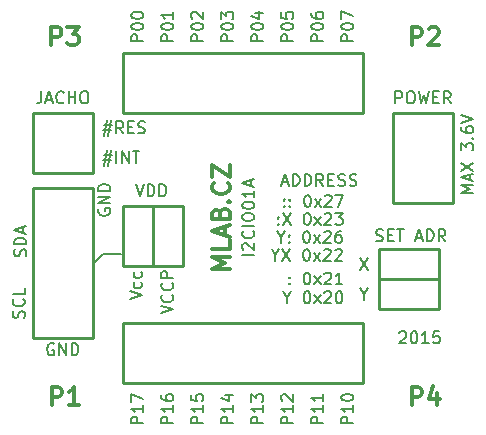
<source format=gbr>
G04 #@! TF.FileFunction,Legend,Top*
%FSLAX46Y46*%
G04 Gerber Fmt 4.6, Leading zero omitted, Abs format (unit mm)*
G04 Created by KiCad (PCBNEW 0.201503110816+5502~22~ubuntu14.04.1-product) date St 11. březen 2015, 22:39:31 CET*
%MOMM*%
G01*
G04 APERTURE LIST*
%ADD10C,0.100000*%
%ADD11C,0.200000*%
%ADD12C,0.300000*%
%ADD13C,0.254000*%
%ADD14C,0.304800*%
G04 APERTURE END LIST*
D10*
D11*
X8509000Y7112000D02*
X10033000Y7112000D01*
X7747000Y6350000D02*
X8509000Y7112000D01*
X23344524Y9675857D02*
X23392143Y9628238D01*
X23344524Y9580619D01*
X23296905Y9628238D01*
X23344524Y9675857D01*
X23344524Y9580619D01*
X23344524Y10199667D02*
X23392143Y10152048D01*
X23344524Y10104429D01*
X23296905Y10152048D01*
X23344524Y10199667D01*
X23344524Y10104429D01*
X23725476Y10580619D02*
X24392143Y9580619D01*
X24392143Y10580619D02*
X23725476Y9580619D01*
X25725476Y10580619D02*
X25820715Y10580619D01*
X25915953Y10533000D01*
X25963572Y10485381D01*
X26011191Y10390143D01*
X26058810Y10199667D01*
X26058810Y9961571D01*
X26011191Y9771095D01*
X25963572Y9675857D01*
X25915953Y9628238D01*
X25820715Y9580619D01*
X25725476Y9580619D01*
X25630238Y9628238D01*
X25582619Y9675857D01*
X25535000Y9771095D01*
X25487381Y9961571D01*
X25487381Y10199667D01*
X25535000Y10390143D01*
X25582619Y10485381D01*
X25630238Y10533000D01*
X25725476Y10580619D01*
X26392143Y9580619D02*
X26915953Y10247286D01*
X26392143Y10247286D02*
X26915953Y9580619D01*
X27249286Y10485381D02*
X27296905Y10533000D01*
X27392143Y10580619D01*
X27630239Y10580619D01*
X27725477Y10533000D01*
X27773096Y10485381D01*
X27820715Y10390143D01*
X27820715Y10294905D01*
X27773096Y10152048D01*
X27201667Y9580619D01*
X27820715Y9580619D01*
X28154048Y10580619D02*
X28773096Y10580619D01*
X28439762Y10199667D01*
X28582620Y10199667D01*
X28677858Y10152048D01*
X28725477Y10104429D01*
X28773096Y10009190D01*
X28773096Y9771095D01*
X28725477Y9675857D01*
X28677858Y9628238D01*
X28582620Y9580619D01*
X28296905Y9580619D01*
X28201667Y9628238D01*
X28154048Y9675857D01*
X10755381Y3270238D02*
X11755381Y3603571D01*
X10755381Y3936905D01*
X11707762Y4698810D02*
X11755381Y4603572D01*
X11755381Y4413095D01*
X11707762Y4317857D01*
X11660143Y4270238D01*
X11564905Y4222619D01*
X11279190Y4222619D01*
X11183952Y4270238D01*
X11136333Y4317857D01*
X11088714Y4413095D01*
X11088714Y4603572D01*
X11136333Y4698810D01*
X11707762Y5555953D02*
X11755381Y5460715D01*
X11755381Y5270238D01*
X11707762Y5175000D01*
X11660143Y5127381D01*
X11564905Y5079762D01*
X11279190Y5079762D01*
X11183952Y5127381D01*
X11136333Y5175000D01*
X11088714Y5270238D01*
X11088714Y5460715D01*
X11136333Y5555953D01*
X13422381Y2080095D02*
X14422381Y2413428D01*
X13422381Y2746762D01*
X14327143Y3651524D02*
X14374762Y3603905D01*
X14422381Y3461048D01*
X14422381Y3365810D01*
X14374762Y3222952D01*
X14279524Y3127714D01*
X14184286Y3080095D01*
X13993810Y3032476D01*
X13850952Y3032476D01*
X13660476Y3080095D01*
X13565238Y3127714D01*
X13470000Y3222952D01*
X13422381Y3365810D01*
X13422381Y3461048D01*
X13470000Y3603905D01*
X13517619Y3651524D01*
X14327143Y4651524D02*
X14374762Y4603905D01*
X14422381Y4461048D01*
X14422381Y4365810D01*
X14374762Y4222952D01*
X14279524Y4127714D01*
X14184286Y4080095D01*
X13993810Y4032476D01*
X13850952Y4032476D01*
X13660476Y4080095D01*
X13565238Y4127714D01*
X13470000Y4222952D01*
X13422381Y4365810D01*
X13422381Y4461048D01*
X13470000Y4603905D01*
X13517619Y4651524D01*
X14422381Y5080095D02*
X13422381Y5080095D01*
X13422381Y5461048D01*
X13470000Y5556286D01*
X13517619Y5603905D01*
X13612857Y5651524D01*
X13755714Y5651524D01*
X13850952Y5603905D01*
X13898571Y5556286D01*
X13946190Y5461048D01*
X13946190Y5080095D01*
X11271238Y12993619D02*
X11604571Y11993619D01*
X11937905Y12993619D01*
X12271238Y11993619D02*
X12271238Y12993619D01*
X12509333Y12993619D01*
X12652191Y12946000D01*
X12747429Y12850762D01*
X12795048Y12755524D01*
X12842667Y12565048D01*
X12842667Y12422190D01*
X12795048Y12231714D01*
X12747429Y12136476D01*
X12652191Y12041238D01*
X12509333Y11993619D01*
X12271238Y11993619D01*
X13271238Y11993619D02*
X13271238Y12993619D01*
X13509333Y12993619D01*
X13652191Y12946000D01*
X13747429Y12850762D01*
X13795048Y12755524D01*
X13842667Y12565048D01*
X13842667Y12422190D01*
X13795048Y12231714D01*
X13747429Y12136476D01*
X13652191Y12041238D01*
X13509333Y11993619D01*
X13271238Y11993619D01*
X33591714Y452381D02*
X33639333Y500000D01*
X33734571Y547619D01*
X33972667Y547619D01*
X34067905Y500000D01*
X34115524Y452381D01*
X34163143Y357143D01*
X34163143Y261905D01*
X34115524Y119048D01*
X33544095Y-452381D01*
X34163143Y-452381D01*
X34782190Y547619D02*
X34877429Y547619D01*
X34972667Y500000D01*
X35020286Y452381D01*
X35067905Y357143D01*
X35115524Y166667D01*
X35115524Y-71429D01*
X35067905Y-261905D01*
X35020286Y-357143D01*
X34972667Y-404762D01*
X34877429Y-452381D01*
X34782190Y-452381D01*
X34686952Y-404762D01*
X34639333Y-357143D01*
X34591714Y-261905D01*
X34544095Y-71429D01*
X34544095Y166667D01*
X34591714Y357143D01*
X34639333Y452381D01*
X34686952Y500000D01*
X34782190Y547619D01*
X36067905Y-452381D02*
X35496476Y-452381D01*
X35782190Y-452381D02*
X35782190Y547619D01*
X35686952Y404762D01*
X35591714Y309524D01*
X35496476Y261905D01*
X36972667Y547619D02*
X36496476Y547619D01*
X36448857Y71429D01*
X36496476Y119048D01*
X36591714Y166667D01*
X36829810Y166667D01*
X36925048Y119048D01*
X36972667Y71429D01*
X37020286Y-23810D01*
X37020286Y-261905D01*
X36972667Y-357143D01*
X36925048Y-404762D01*
X36829810Y-452381D01*
X36591714Y-452381D01*
X36496476Y-404762D01*
X36448857Y-357143D01*
X3246667Y20867619D02*
X3246667Y20153333D01*
X3199047Y20010476D01*
X3103809Y19915238D01*
X2960952Y19867619D01*
X2865714Y19867619D01*
X3675238Y20153333D02*
X4151429Y20153333D01*
X3580000Y19867619D02*
X3913333Y20867619D01*
X4246667Y19867619D01*
X5151429Y19962857D02*
X5103810Y19915238D01*
X4960953Y19867619D01*
X4865715Y19867619D01*
X4722857Y19915238D01*
X4627619Y20010476D01*
X4580000Y20105714D01*
X4532381Y20296190D01*
X4532381Y20439048D01*
X4580000Y20629524D01*
X4627619Y20724762D01*
X4722857Y20820000D01*
X4865715Y20867619D01*
X4960953Y20867619D01*
X5103810Y20820000D01*
X5151429Y20772381D01*
X5580000Y19867619D02*
X5580000Y20867619D01*
X5580000Y20391429D02*
X6151429Y20391429D01*
X6151429Y19867619D02*
X6151429Y20867619D01*
X6818095Y20867619D02*
X7008572Y20867619D01*
X7103810Y20820000D01*
X7199048Y20724762D01*
X7246667Y20534286D01*
X7246667Y20200952D01*
X7199048Y20010476D01*
X7103810Y19915238D01*
X7008572Y19867619D01*
X6818095Y19867619D01*
X6722857Y19915238D01*
X6627619Y20010476D01*
X6580000Y20200952D01*
X6580000Y20534286D01*
X6627619Y20724762D01*
X6722857Y20820000D01*
X6818095Y20867619D01*
X21280381Y7040953D02*
X20280381Y7040953D01*
X20375619Y7469524D02*
X20328000Y7517143D01*
X20280381Y7612381D01*
X20280381Y7850477D01*
X20328000Y7945715D01*
X20375619Y7993334D01*
X20470857Y8040953D01*
X20566095Y8040953D01*
X20708952Y7993334D01*
X21280381Y7421905D01*
X21280381Y8040953D01*
X21185143Y9040953D02*
X21232762Y8993334D01*
X21280381Y8850477D01*
X21280381Y8755239D01*
X21232762Y8612381D01*
X21137524Y8517143D01*
X21042286Y8469524D01*
X20851810Y8421905D01*
X20708952Y8421905D01*
X20518476Y8469524D01*
X20423238Y8517143D01*
X20328000Y8612381D01*
X20280381Y8755239D01*
X20280381Y8850477D01*
X20328000Y8993334D01*
X20375619Y9040953D01*
X21280381Y9469524D02*
X20280381Y9469524D01*
X20280381Y10136190D02*
X20280381Y10326667D01*
X20328000Y10421905D01*
X20423238Y10517143D01*
X20613714Y10564762D01*
X20947048Y10564762D01*
X21137524Y10517143D01*
X21232762Y10421905D01*
X21280381Y10326667D01*
X21280381Y10136190D01*
X21232762Y10040952D01*
X21137524Y9945714D01*
X20947048Y9898095D01*
X20613714Y9898095D01*
X20423238Y9945714D01*
X20328000Y10040952D01*
X20280381Y10136190D01*
X20280381Y11183809D02*
X20280381Y11279048D01*
X20328000Y11374286D01*
X20375619Y11421905D01*
X20470857Y11469524D01*
X20661333Y11517143D01*
X20899429Y11517143D01*
X21089905Y11469524D01*
X21185143Y11421905D01*
X21232762Y11374286D01*
X21280381Y11279048D01*
X21280381Y11183809D01*
X21232762Y11088571D01*
X21185143Y11040952D01*
X21089905Y10993333D01*
X20899429Y10945714D01*
X20661333Y10945714D01*
X20470857Y10993333D01*
X20375619Y11040952D01*
X20328000Y11088571D01*
X20280381Y11183809D01*
X21280381Y12469524D02*
X21280381Y11898095D01*
X21280381Y12183809D02*
X20280381Y12183809D01*
X20423238Y12088571D01*
X20518476Y11993333D01*
X20566095Y11898095D01*
X20994667Y12850476D02*
X20994667Y13326667D01*
X21280381Y12755238D02*
X20280381Y13088571D01*
X21280381Y13421905D01*
D12*
X19220571Y5838572D02*
X17720571Y5838572D01*
X18792000Y6338572D01*
X17720571Y6838572D01*
X19220571Y6838572D01*
X19220571Y8267144D02*
X19220571Y7552858D01*
X17720571Y7552858D01*
X18792000Y8695715D02*
X18792000Y9410001D01*
X19220571Y8552858D02*
X17720571Y9052858D01*
X19220571Y9552858D01*
X18434857Y10552858D02*
X18506286Y10767144D01*
X18577714Y10838572D01*
X18720571Y10910001D01*
X18934857Y10910001D01*
X19077714Y10838572D01*
X19149143Y10767144D01*
X19220571Y10624286D01*
X19220571Y10052858D01*
X17720571Y10052858D01*
X17720571Y10552858D01*
X17792000Y10695715D01*
X17863429Y10767144D01*
X18006286Y10838572D01*
X18149143Y10838572D01*
X18292000Y10767144D01*
X18363429Y10695715D01*
X18434857Y10552858D01*
X18434857Y10052858D01*
X19077714Y11552858D02*
X19149143Y11624286D01*
X19220571Y11552858D01*
X19149143Y11481429D01*
X19077714Y11552858D01*
X19220571Y11552858D01*
X19077714Y13124287D02*
X19149143Y13052858D01*
X19220571Y12838572D01*
X19220571Y12695715D01*
X19149143Y12481430D01*
X19006286Y12338572D01*
X18863429Y12267144D01*
X18577714Y12195715D01*
X18363429Y12195715D01*
X18077714Y12267144D01*
X17934857Y12338572D01*
X17792000Y12481430D01*
X17720571Y12695715D01*
X17720571Y12838572D01*
X17792000Y13052858D01*
X17863429Y13124287D01*
X17720571Y13624287D02*
X17720571Y14624287D01*
X19220571Y13624287D01*
X19220571Y14624287D01*
D11*
X29662381Y25130095D02*
X28662381Y25130095D01*
X28662381Y25511048D01*
X28710000Y25606286D01*
X28757619Y25653905D01*
X28852857Y25701524D01*
X28995714Y25701524D01*
X29090952Y25653905D01*
X29138571Y25606286D01*
X29186190Y25511048D01*
X29186190Y25130095D01*
X28662381Y26320571D02*
X28662381Y26415810D01*
X28710000Y26511048D01*
X28757619Y26558667D01*
X28852857Y26606286D01*
X29043333Y26653905D01*
X29281429Y26653905D01*
X29471905Y26606286D01*
X29567143Y26558667D01*
X29614762Y26511048D01*
X29662381Y26415810D01*
X29662381Y26320571D01*
X29614762Y26225333D01*
X29567143Y26177714D01*
X29471905Y26130095D01*
X29281429Y26082476D01*
X29043333Y26082476D01*
X28852857Y26130095D01*
X28757619Y26177714D01*
X28710000Y26225333D01*
X28662381Y26320571D01*
X28662381Y26987238D02*
X28662381Y27653905D01*
X29662381Y27225333D01*
X27122381Y25130095D02*
X26122381Y25130095D01*
X26122381Y25511048D01*
X26170000Y25606286D01*
X26217619Y25653905D01*
X26312857Y25701524D01*
X26455714Y25701524D01*
X26550952Y25653905D01*
X26598571Y25606286D01*
X26646190Y25511048D01*
X26646190Y25130095D01*
X26122381Y26320571D02*
X26122381Y26415810D01*
X26170000Y26511048D01*
X26217619Y26558667D01*
X26312857Y26606286D01*
X26503333Y26653905D01*
X26741429Y26653905D01*
X26931905Y26606286D01*
X27027143Y26558667D01*
X27074762Y26511048D01*
X27122381Y26415810D01*
X27122381Y26320571D01*
X27074762Y26225333D01*
X27027143Y26177714D01*
X26931905Y26130095D01*
X26741429Y26082476D01*
X26503333Y26082476D01*
X26312857Y26130095D01*
X26217619Y26177714D01*
X26170000Y26225333D01*
X26122381Y26320571D01*
X26122381Y27511048D02*
X26122381Y27320571D01*
X26170000Y27225333D01*
X26217619Y27177714D01*
X26360476Y27082476D01*
X26550952Y27034857D01*
X26931905Y27034857D01*
X27027143Y27082476D01*
X27074762Y27130095D01*
X27122381Y27225333D01*
X27122381Y27415810D01*
X27074762Y27511048D01*
X27027143Y27558667D01*
X26931905Y27606286D01*
X26693810Y27606286D01*
X26598571Y27558667D01*
X26550952Y27511048D01*
X26503333Y27415810D01*
X26503333Y27225333D01*
X26550952Y27130095D01*
X26598571Y27082476D01*
X26693810Y27034857D01*
X24582381Y25130095D02*
X23582381Y25130095D01*
X23582381Y25511048D01*
X23630000Y25606286D01*
X23677619Y25653905D01*
X23772857Y25701524D01*
X23915714Y25701524D01*
X24010952Y25653905D01*
X24058571Y25606286D01*
X24106190Y25511048D01*
X24106190Y25130095D01*
X23582381Y26320571D02*
X23582381Y26415810D01*
X23630000Y26511048D01*
X23677619Y26558667D01*
X23772857Y26606286D01*
X23963333Y26653905D01*
X24201429Y26653905D01*
X24391905Y26606286D01*
X24487143Y26558667D01*
X24534762Y26511048D01*
X24582381Y26415810D01*
X24582381Y26320571D01*
X24534762Y26225333D01*
X24487143Y26177714D01*
X24391905Y26130095D01*
X24201429Y26082476D01*
X23963333Y26082476D01*
X23772857Y26130095D01*
X23677619Y26177714D01*
X23630000Y26225333D01*
X23582381Y26320571D01*
X23582381Y27558667D02*
X23582381Y27082476D01*
X24058571Y27034857D01*
X24010952Y27082476D01*
X23963333Y27177714D01*
X23963333Y27415810D01*
X24010952Y27511048D01*
X24058571Y27558667D01*
X24153810Y27606286D01*
X24391905Y27606286D01*
X24487143Y27558667D01*
X24534762Y27511048D01*
X24582381Y27415810D01*
X24582381Y27177714D01*
X24534762Y27082476D01*
X24487143Y27034857D01*
X22042381Y25130095D02*
X21042381Y25130095D01*
X21042381Y25511048D01*
X21090000Y25606286D01*
X21137619Y25653905D01*
X21232857Y25701524D01*
X21375714Y25701524D01*
X21470952Y25653905D01*
X21518571Y25606286D01*
X21566190Y25511048D01*
X21566190Y25130095D01*
X21042381Y26320571D02*
X21042381Y26415810D01*
X21090000Y26511048D01*
X21137619Y26558667D01*
X21232857Y26606286D01*
X21423333Y26653905D01*
X21661429Y26653905D01*
X21851905Y26606286D01*
X21947143Y26558667D01*
X21994762Y26511048D01*
X22042381Y26415810D01*
X22042381Y26320571D01*
X21994762Y26225333D01*
X21947143Y26177714D01*
X21851905Y26130095D01*
X21661429Y26082476D01*
X21423333Y26082476D01*
X21232857Y26130095D01*
X21137619Y26177714D01*
X21090000Y26225333D01*
X21042381Y26320571D01*
X21375714Y27511048D02*
X22042381Y27511048D01*
X20994762Y27272952D02*
X21709048Y27034857D01*
X21709048Y27653905D01*
X19502381Y25130095D02*
X18502381Y25130095D01*
X18502381Y25511048D01*
X18550000Y25606286D01*
X18597619Y25653905D01*
X18692857Y25701524D01*
X18835714Y25701524D01*
X18930952Y25653905D01*
X18978571Y25606286D01*
X19026190Y25511048D01*
X19026190Y25130095D01*
X18502381Y26320571D02*
X18502381Y26415810D01*
X18550000Y26511048D01*
X18597619Y26558667D01*
X18692857Y26606286D01*
X18883333Y26653905D01*
X19121429Y26653905D01*
X19311905Y26606286D01*
X19407143Y26558667D01*
X19454762Y26511048D01*
X19502381Y26415810D01*
X19502381Y26320571D01*
X19454762Y26225333D01*
X19407143Y26177714D01*
X19311905Y26130095D01*
X19121429Y26082476D01*
X18883333Y26082476D01*
X18692857Y26130095D01*
X18597619Y26177714D01*
X18550000Y26225333D01*
X18502381Y26320571D01*
X18502381Y26987238D02*
X18502381Y27606286D01*
X18883333Y27272952D01*
X18883333Y27415810D01*
X18930952Y27511048D01*
X18978571Y27558667D01*
X19073810Y27606286D01*
X19311905Y27606286D01*
X19407143Y27558667D01*
X19454762Y27511048D01*
X19502381Y27415810D01*
X19502381Y27130095D01*
X19454762Y27034857D01*
X19407143Y26987238D01*
X16962381Y25130095D02*
X15962381Y25130095D01*
X15962381Y25511048D01*
X16010000Y25606286D01*
X16057619Y25653905D01*
X16152857Y25701524D01*
X16295714Y25701524D01*
X16390952Y25653905D01*
X16438571Y25606286D01*
X16486190Y25511048D01*
X16486190Y25130095D01*
X15962381Y26320571D02*
X15962381Y26415810D01*
X16010000Y26511048D01*
X16057619Y26558667D01*
X16152857Y26606286D01*
X16343333Y26653905D01*
X16581429Y26653905D01*
X16771905Y26606286D01*
X16867143Y26558667D01*
X16914762Y26511048D01*
X16962381Y26415810D01*
X16962381Y26320571D01*
X16914762Y26225333D01*
X16867143Y26177714D01*
X16771905Y26130095D01*
X16581429Y26082476D01*
X16343333Y26082476D01*
X16152857Y26130095D01*
X16057619Y26177714D01*
X16010000Y26225333D01*
X15962381Y26320571D01*
X16057619Y27034857D02*
X16010000Y27082476D01*
X15962381Y27177714D01*
X15962381Y27415810D01*
X16010000Y27511048D01*
X16057619Y27558667D01*
X16152857Y27606286D01*
X16248095Y27606286D01*
X16390952Y27558667D01*
X16962381Y26987238D01*
X16962381Y27606286D01*
X14422381Y25130095D02*
X13422381Y25130095D01*
X13422381Y25511048D01*
X13470000Y25606286D01*
X13517619Y25653905D01*
X13612857Y25701524D01*
X13755714Y25701524D01*
X13850952Y25653905D01*
X13898571Y25606286D01*
X13946190Y25511048D01*
X13946190Y25130095D01*
X13422381Y26320571D02*
X13422381Y26415810D01*
X13470000Y26511048D01*
X13517619Y26558667D01*
X13612857Y26606286D01*
X13803333Y26653905D01*
X14041429Y26653905D01*
X14231905Y26606286D01*
X14327143Y26558667D01*
X14374762Y26511048D01*
X14422381Y26415810D01*
X14422381Y26320571D01*
X14374762Y26225333D01*
X14327143Y26177714D01*
X14231905Y26130095D01*
X14041429Y26082476D01*
X13803333Y26082476D01*
X13612857Y26130095D01*
X13517619Y26177714D01*
X13470000Y26225333D01*
X13422381Y26320571D01*
X14422381Y27606286D02*
X14422381Y27034857D01*
X14422381Y27320571D02*
X13422381Y27320571D01*
X13565238Y27225333D01*
X13660476Y27130095D01*
X13708095Y27034857D01*
X11882381Y25130095D02*
X10882381Y25130095D01*
X10882381Y25511048D01*
X10930000Y25606286D01*
X10977619Y25653905D01*
X11072857Y25701524D01*
X11215714Y25701524D01*
X11310952Y25653905D01*
X11358571Y25606286D01*
X11406190Y25511048D01*
X11406190Y25130095D01*
X10882381Y26320571D02*
X10882381Y26415810D01*
X10930000Y26511048D01*
X10977619Y26558667D01*
X11072857Y26606286D01*
X11263333Y26653905D01*
X11501429Y26653905D01*
X11691905Y26606286D01*
X11787143Y26558667D01*
X11834762Y26511048D01*
X11882381Y26415810D01*
X11882381Y26320571D01*
X11834762Y26225333D01*
X11787143Y26177714D01*
X11691905Y26130095D01*
X11501429Y26082476D01*
X11263333Y26082476D01*
X11072857Y26130095D01*
X10977619Y26177714D01*
X10930000Y26225333D01*
X10882381Y26320571D01*
X10882381Y27272952D02*
X10882381Y27368191D01*
X10930000Y27463429D01*
X10977619Y27511048D01*
X11072857Y27558667D01*
X11263333Y27606286D01*
X11501429Y27606286D01*
X11691905Y27558667D01*
X11787143Y27511048D01*
X11834762Y27463429D01*
X11882381Y27368191D01*
X11882381Y27272952D01*
X11834762Y27177714D01*
X11787143Y27130095D01*
X11691905Y27082476D01*
X11501429Y27034857D01*
X11263333Y27034857D01*
X11072857Y27082476D01*
X10977619Y27130095D01*
X10930000Y27177714D01*
X10882381Y27272952D01*
X29662381Y-7238667D02*
X28662381Y-7238667D01*
X28662381Y-6857714D01*
X28710000Y-6762476D01*
X28757619Y-6714857D01*
X28852857Y-6667238D01*
X28995714Y-6667238D01*
X29090952Y-6714857D01*
X29138571Y-6762476D01*
X29186190Y-6857714D01*
X29186190Y-7238667D01*
X29662381Y-5714857D02*
X29662381Y-6286286D01*
X29662381Y-6000572D02*
X28662381Y-6000572D01*
X28805238Y-6095810D01*
X28900476Y-6191048D01*
X28948095Y-6286286D01*
X28662381Y-5095810D02*
X28662381Y-5000571D01*
X28710000Y-4905333D01*
X28757619Y-4857714D01*
X28852857Y-4810095D01*
X29043333Y-4762476D01*
X29281429Y-4762476D01*
X29471905Y-4810095D01*
X29567143Y-4857714D01*
X29614762Y-4905333D01*
X29662381Y-5000571D01*
X29662381Y-5095810D01*
X29614762Y-5191048D01*
X29567143Y-5238667D01*
X29471905Y-5286286D01*
X29281429Y-5333905D01*
X29043333Y-5333905D01*
X28852857Y-5286286D01*
X28757619Y-5238667D01*
X28710000Y-5191048D01*
X28662381Y-5095810D01*
X27122381Y-7238667D02*
X26122381Y-7238667D01*
X26122381Y-6857714D01*
X26170000Y-6762476D01*
X26217619Y-6714857D01*
X26312857Y-6667238D01*
X26455714Y-6667238D01*
X26550952Y-6714857D01*
X26598571Y-6762476D01*
X26646190Y-6857714D01*
X26646190Y-7238667D01*
X27122381Y-5714857D02*
X27122381Y-6286286D01*
X27122381Y-6000572D02*
X26122381Y-6000572D01*
X26265238Y-6095810D01*
X26360476Y-6191048D01*
X26408095Y-6286286D01*
X27122381Y-4762476D02*
X27122381Y-5333905D01*
X27122381Y-5048191D02*
X26122381Y-5048191D01*
X26265238Y-5143429D01*
X26360476Y-5238667D01*
X26408095Y-5333905D01*
X24582381Y-7238667D02*
X23582381Y-7238667D01*
X23582381Y-6857714D01*
X23630000Y-6762476D01*
X23677619Y-6714857D01*
X23772857Y-6667238D01*
X23915714Y-6667238D01*
X24010952Y-6714857D01*
X24058571Y-6762476D01*
X24106190Y-6857714D01*
X24106190Y-7238667D01*
X24582381Y-5714857D02*
X24582381Y-6286286D01*
X24582381Y-6000572D02*
X23582381Y-6000572D01*
X23725238Y-6095810D01*
X23820476Y-6191048D01*
X23868095Y-6286286D01*
X23677619Y-5333905D02*
X23630000Y-5286286D01*
X23582381Y-5191048D01*
X23582381Y-4952952D01*
X23630000Y-4857714D01*
X23677619Y-4810095D01*
X23772857Y-4762476D01*
X23868095Y-4762476D01*
X24010952Y-4810095D01*
X24582381Y-5381524D01*
X24582381Y-4762476D01*
X22042381Y-7238667D02*
X21042381Y-7238667D01*
X21042381Y-6857714D01*
X21090000Y-6762476D01*
X21137619Y-6714857D01*
X21232857Y-6667238D01*
X21375714Y-6667238D01*
X21470952Y-6714857D01*
X21518571Y-6762476D01*
X21566190Y-6857714D01*
X21566190Y-7238667D01*
X22042381Y-5714857D02*
X22042381Y-6286286D01*
X22042381Y-6000572D02*
X21042381Y-6000572D01*
X21185238Y-6095810D01*
X21280476Y-6191048D01*
X21328095Y-6286286D01*
X21042381Y-5381524D02*
X21042381Y-4762476D01*
X21423333Y-5095810D01*
X21423333Y-4952952D01*
X21470952Y-4857714D01*
X21518571Y-4810095D01*
X21613810Y-4762476D01*
X21851905Y-4762476D01*
X21947143Y-4810095D01*
X21994762Y-4857714D01*
X22042381Y-4952952D01*
X22042381Y-5238667D01*
X21994762Y-5333905D01*
X21947143Y-5381524D01*
X19502381Y-7238667D02*
X18502381Y-7238667D01*
X18502381Y-6857714D01*
X18550000Y-6762476D01*
X18597619Y-6714857D01*
X18692857Y-6667238D01*
X18835714Y-6667238D01*
X18930952Y-6714857D01*
X18978571Y-6762476D01*
X19026190Y-6857714D01*
X19026190Y-7238667D01*
X19502381Y-5714857D02*
X19502381Y-6286286D01*
X19502381Y-6000572D02*
X18502381Y-6000572D01*
X18645238Y-6095810D01*
X18740476Y-6191048D01*
X18788095Y-6286286D01*
X18835714Y-4857714D02*
X19502381Y-4857714D01*
X18454762Y-5095810D02*
X19169048Y-5333905D01*
X19169048Y-4714857D01*
X16962381Y-7238667D02*
X15962381Y-7238667D01*
X15962381Y-6857714D01*
X16010000Y-6762476D01*
X16057619Y-6714857D01*
X16152857Y-6667238D01*
X16295714Y-6667238D01*
X16390952Y-6714857D01*
X16438571Y-6762476D01*
X16486190Y-6857714D01*
X16486190Y-7238667D01*
X16962381Y-5714857D02*
X16962381Y-6286286D01*
X16962381Y-6000572D02*
X15962381Y-6000572D01*
X16105238Y-6095810D01*
X16200476Y-6191048D01*
X16248095Y-6286286D01*
X15962381Y-4810095D02*
X15962381Y-5286286D01*
X16438571Y-5333905D01*
X16390952Y-5286286D01*
X16343333Y-5191048D01*
X16343333Y-4952952D01*
X16390952Y-4857714D01*
X16438571Y-4810095D01*
X16533810Y-4762476D01*
X16771905Y-4762476D01*
X16867143Y-4810095D01*
X16914762Y-4857714D01*
X16962381Y-4952952D01*
X16962381Y-5191048D01*
X16914762Y-5286286D01*
X16867143Y-5333905D01*
X14422381Y-7238667D02*
X13422381Y-7238667D01*
X13422381Y-6857714D01*
X13470000Y-6762476D01*
X13517619Y-6714857D01*
X13612857Y-6667238D01*
X13755714Y-6667238D01*
X13850952Y-6714857D01*
X13898571Y-6762476D01*
X13946190Y-6857714D01*
X13946190Y-7238667D01*
X14422381Y-5714857D02*
X14422381Y-6286286D01*
X14422381Y-6000572D02*
X13422381Y-6000572D01*
X13565238Y-6095810D01*
X13660476Y-6191048D01*
X13708095Y-6286286D01*
X13422381Y-4857714D02*
X13422381Y-5048191D01*
X13470000Y-5143429D01*
X13517619Y-5191048D01*
X13660476Y-5286286D01*
X13850952Y-5333905D01*
X14231905Y-5333905D01*
X14327143Y-5286286D01*
X14374762Y-5238667D01*
X14422381Y-5143429D01*
X14422381Y-4952952D01*
X14374762Y-4857714D01*
X14327143Y-4810095D01*
X14231905Y-4762476D01*
X13993810Y-4762476D01*
X13898571Y-4810095D01*
X13850952Y-4857714D01*
X13803333Y-4952952D01*
X13803333Y-5143429D01*
X13850952Y-5238667D01*
X13898571Y-5286286D01*
X13993810Y-5333905D01*
X11882381Y-7238667D02*
X10882381Y-7238667D01*
X10882381Y-6857714D01*
X10930000Y-6762476D01*
X10977619Y-6714857D01*
X11072857Y-6667238D01*
X11215714Y-6667238D01*
X11310952Y-6714857D01*
X11358571Y-6762476D01*
X11406190Y-6857714D01*
X11406190Y-7238667D01*
X11882381Y-5714857D02*
X11882381Y-6286286D01*
X11882381Y-6000572D02*
X10882381Y-6000572D01*
X11025238Y-6095810D01*
X11120476Y-6191048D01*
X11168095Y-6286286D01*
X10882381Y-5381524D02*
X10882381Y-4714857D01*
X11882381Y-5143429D01*
X39822381Y12255905D02*
X38822381Y12255905D01*
X39536667Y12589239D01*
X38822381Y12922572D01*
X39822381Y12922572D01*
X39536667Y13351143D02*
X39536667Y13827334D01*
X39822381Y13255905D02*
X38822381Y13589238D01*
X39822381Y13922572D01*
X38822381Y14160667D02*
X39822381Y14827334D01*
X38822381Y14827334D02*
X39822381Y14160667D01*
X38822381Y15874953D02*
X38822381Y16494001D01*
X39203333Y16160667D01*
X39203333Y16303525D01*
X39250952Y16398763D01*
X39298571Y16446382D01*
X39393810Y16494001D01*
X39631905Y16494001D01*
X39727143Y16446382D01*
X39774762Y16398763D01*
X39822381Y16303525D01*
X39822381Y16017810D01*
X39774762Y15922572D01*
X39727143Y15874953D01*
X39727143Y16922572D02*
X39774762Y16970191D01*
X39822381Y16922572D01*
X39774762Y16874953D01*
X39727143Y16922572D01*
X39822381Y16922572D01*
X38822381Y17827334D02*
X38822381Y17636857D01*
X38870000Y17541619D01*
X38917619Y17494000D01*
X39060476Y17398762D01*
X39250952Y17351143D01*
X39631905Y17351143D01*
X39727143Y17398762D01*
X39774762Y17446381D01*
X39822381Y17541619D01*
X39822381Y17732096D01*
X39774762Y17827334D01*
X39727143Y17874953D01*
X39631905Y17922572D01*
X39393810Y17922572D01*
X39298571Y17874953D01*
X39250952Y17827334D01*
X39203333Y17732096D01*
X39203333Y17541619D01*
X39250952Y17446381D01*
X39298571Y17398762D01*
X39393810Y17351143D01*
X38822381Y18208286D02*
X39822381Y18541619D01*
X38822381Y18874953D01*
X33250476Y19867619D02*
X33250476Y20867619D01*
X33631429Y20867619D01*
X33726667Y20820000D01*
X33774286Y20772381D01*
X33821905Y20677143D01*
X33821905Y20534286D01*
X33774286Y20439048D01*
X33726667Y20391429D01*
X33631429Y20343810D01*
X33250476Y20343810D01*
X34440952Y20867619D02*
X34631429Y20867619D01*
X34726667Y20820000D01*
X34821905Y20724762D01*
X34869524Y20534286D01*
X34869524Y20200952D01*
X34821905Y20010476D01*
X34726667Y19915238D01*
X34631429Y19867619D01*
X34440952Y19867619D01*
X34345714Y19915238D01*
X34250476Y20010476D01*
X34202857Y20200952D01*
X34202857Y20534286D01*
X34250476Y20724762D01*
X34345714Y20820000D01*
X34440952Y20867619D01*
X35202857Y20867619D02*
X35440952Y19867619D01*
X35631429Y20581905D01*
X35821905Y19867619D01*
X36060000Y20867619D01*
X36440952Y20391429D02*
X36774286Y20391429D01*
X36917143Y19867619D02*
X36440952Y19867619D01*
X36440952Y20867619D01*
X36917143Y20867619D01*
X37917143Y19867619D02*
X37583809Y20343810D01*
X37345714Y19867619D02*
X37345714Y20867619D01*
X37726667Y20867619D01*
X37821905Y20820000D01*
X37869524Y20772381D01*
X37917143Y20677143D01*
X37917143Y20534286D01*
X37869524Y20439048D01*
X37821905Y20391429D01*
X37726667Y20343810D01*
X37345714Y20343810D01*
X1801762Y1714476D02*
X1849381Y1857333D01*
X1849381Y2095429D01*
X1801762Y2190667D01*
X1754143Y2238286D01*
X1658905Y2285905D01*
X1563667Y2285905D01*
X1468429Y2238286D01*
X1420810Y2190667D01*
X1373190Y2095429D01*
X1325571Y1904952D01*
X1277952Y1809714D01*
X1230333Y1762095D01*
X1135095Y1714476D01*
X1039857Y1714476D01*
X944619Y1762095D01*
X897000Y1809714D01*
X849381Y1904952D01*
X849381Y2143048D01*
X897000Y2285905D01*
X1754143Y3285905D02*
X1801762Y3238286D01*
X1849381Y3095429D01*
X1849381Y3000191D01*
X1801762Y2857333D01*
X1706524Y2762095D01*
X1611286Y2714476D01*
X1420810Y2666857D01*
X1277952Y2666857D01*
X1087476Y2714476D01*
X992238Y2762095D01*
X897000Y2857333D01*
X849381Y3000191D01*
X849381Y3095429D01*
X897000Y3238286D01*
X944619Y3285905D01*
X1849381Y4190667D02*
X1849381Y3714476D01*
X849381Y3714476D01*
X1928762Y6921476D02*
X1976381Y7064333D01*
X1976381Y7302429D01*
X1928762Y7397667D01*
X1881143Y7445286D01*
X1785905Y7492905D01*
X1690667Y7492905D01*
X1595429Y7445286D01*
X1547810Y7397667D01*
X1500190Y7302429D01*
X1452571Y7111952D01*
X1404952Y7016714D01*
X1357333Y6969095D01*
X1262095Y6921476D01*
X1166857Y6921476D01*
X1071619Y6969095D01*
X1024000Y7016714D01*
X976381Y7111952D01*
X976381Y7350048D01*
X1024000Y7492905D01*
X1976381Y7921476D02*
X976381Y7921476D01*
X976381Y8159571D01*
X1024000Y8302429D01*
X1119238Y8397667D01*
X1214476Y8445286D01*
X1404952Y8492905D01*
X1547810Y8492905D01*
X1738286Y8445286D01*
X1833524Y8397667D01*
X1928762Y8302429D01*
X1976381Y8159571D01*
X1976381Y7921476D01*
X1690667Y8873857D02*
X1690667Y9350048D01*
X1976381Y8778619D02*
X976381Y9111952D01*
X1976381Y9445286D01*
X8136000Y10921905D02*
X8088381Y10826667D01*
X8088381Y10683810D01*
X8136000Y10540952D01*
X8231238Y10445714D01*
X8326476Y10398095D01*
X8516952Y10350476D01*
X8659810Y10350476D01*
X8850286Y10398095D01*
X8945524Y10445714D01*
X9040762Y10540952D01*
X9088381Y10683810D01*
X9088381Y10779048D01*
X9040762Y10921905D01*
X8993143Y10969524D01*
X8659810Y10969524D01*
X8659810Y10779048D01*
X9088381Y11398095D02*
X8088381Y11398095D01*
X9088381Y11969524D01*
X8088381Y11969524D01*
X9088381Y12445714D02*
X8088381Y12445714D01*
X8088381Y12683809D01*
X8136000Y12826667D01*
X8231238Y12921905D01*
X8326476Y12969524D01*
X8516952Y13017143D01*
X8659810Y13017143D01*
X8850286Y12969524D01*
X8945524Y12921905D01*
X9040762Y12826667D01*
X9088381Y12683809D01*
X9088381Y12445714D01*
X4318096Y-516000D02*
X4222858Y-468381D01*
X4080001Y-468381D01*
X3937143Y-516000D01*
X3841905Y-611238D01*
X3794286Y-706476D01*
X3746667Y-896952D01*
X3746667Y-1039810D01*
X3794286Y-1230286D01*
X3841905Y-1325524D01*
X3937143Y-1420762D01*
X4080001Y-1468381D01*
X4175239Y-1468381D01*
X4318096Y-1420762D01*
X4365715Y-1373143D01*
X4365715Y-1039810D01*
X4175239Y-1039810D01*
X4794286Y-1468381D02*
X4794286Y-468381D01*
X5365715Y-1468381D01*
X5365715Y-468381D01*
X5841905Y-1468381D02*
X5841905Y-468381D01*
X6080000Y-468381D01*
X6222858Y-516000D01*
X6318096Y-611238D01*
X6365715Y-706476D01*
X6413334Y-896952D01*
X6413334Y-1039810D01*
X6365715Y-1230286D01*
X6318096Y-1325524D01*
X6222858Y-1420762D01*
X6080000Y-1468381D01*
X5841905Y-1468381D01*
X8572476Y15454286D02*
X9286762Y15454286D01*
X8858190Y15882857D02*
X8572476Y14597143D01*
X9191524Y15025714D02*
X8477238Y15025714D01*
X8905810Y14597143D02*
X9191524Y15882857D01*
X9620095Y14787619D02*
X9620095Y15787619D01*
X10096285Y14787619D02*
X10096285Y15787619D01*
X10667714Y14787619D01*
X10667714Y15787619D01*
X11001047Y15787619D02*
X11572476Y15787619D01*
X11286761Y14787619D02*
X11286761Y15787619D01*
X8572476Y17994286D02*
X9286762Y17994286D01*
X8858190Y18422857D02*
X8572476Y17137143D01*
X9191524Y17565714D02*
X8477238Y17565714D01*
X8905810Y17137143D02*
X9191524Y18422857D01*
X10191524Y17327619D02*
X9858190Y17803810D01*
X9620095Y17327619D02*
X9620095Y18327619D01*
X10001048Y18327619D01*
X10096286Y18280000D01*
X10143905Y18232381D01*
X10191524Y18137143D01*
X10191524Y17994286D01*
X10143905Y17899048D01*
X10096286Y17851429D01*
X10001048Y17803810D01*
X9620095Y17803810D01*
X10620095Y17851429D02*
X10953429Y17851429D01*
X11096286Y17327619D02*
X10620095Y17327619D01*
X10620095Y18327619D01*
X11096286Y18327619D01*
X11477238Y17375238D02*
X11620095Y17327619D01*
X11858191Y17327619D01*
X11953429Y17375238D01*
X12001048Y17422857D01*
X12048667Y17518095D01*
X12048667Y17613333D01*
X12001048Y17708571D01*
X11953429Y17756190D01*
X11858191Y17803810D01*
X11667714Y17851429D01*
X11572476Y17899048D01*
X11524857Y17946667D01*
X11477238Y18041905D01*
X11477238Y18137143D01*
X11524857Y18232381D01*
X11572476Y18280000D01*
X11667714Y18327619D01*
X11905810Y18327619D01*
X12048667Y18280000D01*
X24289333Y4633857D02*
X24336952Y4586238D01*
X24289333Y4538619D01*
X24241714Y4586238D01*
X24289333Y4633857D01*
X24289333Y4538619D01*
X24289333Y5157667D02*
X24336952Y5110048D01*
X24289333Y5062429D01*
X24241714Y5110048D01*
X24289333Y5157667D01*
X24289333Y5062429D01*
X25717904Y5538619D02*
X25813143Y5538619D01*
X25908381Y5491000D01*
X25956000Y5443381D01*
X26003619Y5348143D01*
X26051238Y5157667D01*
X26051238Y4919571D01*
X26003619Y4729095D01*
X25956000Y4633857D01*
X25908381Y4586238D01*
X25813143Y4538619D01*
X25717904Y4538619D01*
X25622666Y4586238D01*
X25575047Y4633857D01*
X25527428Y4729095D01*
X25479809Y4919571D01*
X25479809Y5157667D01*
X25527428Y5348143D01*
X25575047Y5443381D01*
X25622666Y5491000D01*
X25717904Y5538619D01*
X26384571Y4538619D02*
X26908381Y5205286D01*
X26384571Y5205286D02*
X26908381Y4538619D01*
X27241714Y5443381D02*
X27289333Y5491000D01*
X27384571Y5538619D01*
X27622667Y5538619D01*
X27717905Y5491000D01*
X27765524Y5443381D01*
X27813143Y5348143D01*
X27813143Y5252905D01*
X27765524Y5110048D01*
X27194095Y4538619D01*
X27813143Y4538619D01*
X28765524Y4538619D02*
X28194095Y4538619D01*
X28479809Y4538619D02*
X28479809Y5538619D01*
X28384571Y5395762D01*
X28289333Y5300524D01*
X28194095Y5252905D01*
X24098856Y3414810D02*
X24098856Y2938619D01*
X23765523Y3938619D02*
X24098856Y3414810D01*
X24432190Y3938619D01*
X25717904Y3938619D02*
X25813143Y3938619D01*
X25908381Y3891000D01*
X25956000Y3843381D01*
X26003619Y3748143D01*
X26051238Y3557667D01*
X26051238Y3319571D01*
X26003619Y3129095D01*
X25956000Y3033857D01*
X25908381Y2986238D01*
X25813143Y2938619D01*
X25717904Y2938619D01*
X25622666Y2986238D01*
X25575047Y3033857D01*
X25527428Y3129095D01*
X25479809Y3319571D01*
X25479809Y3557667D01*
X25527428Y3748143D01*
X25575047Y3843381D01*
X25622666Y3891000D01*
X25717904Y3938619D01*
X26384571Y2938619D02*
X26908381Y3605286D01*
X26384571Y3605286D02*
X26908381Y2938619D01*
X27241714Y3843381D02*
X27289333Y3891000D01*
X27384571Y3938619D01*
X27622667Y3938619D01*
X27717905Y3891000D01*
X27765524Y3843381D01*
X27813143Y3748143D01*
X27813143Y3652905D01*
X27765524Y3510048D01*
X27194095Y2938619D01*
X27813143Y2938619D01*
X28432190Y3938619D02*
X28527429Y3938619D01*
X28622667Y3891000D01*
X28670286Y3843381D01*
X28717905Y3748143D01*
X28765524Y3557667D01*
X28765524Y3319571D01*
X28717905Y3129095D01*
X28670286Y3033857D01*
X28622667Y2986238D01*
X28527429Y2938619D01*
X28432190Y2938619D01*
X28336952Y2986238D01*
X28289333Y3033857D01*
X28241714Y3129095D01*
X28194095Y3319571D01*
X28194095Y3557667D01*
X28241714Y3748143D01*
X28289333Y3843381D01*
X28336952Y3891000D01*
X28432190Y3938619D01*
X23654143Y13168333D02*
X24130334Y13168333D01*
X23558905Y12882619D02*
X23892238Y13882619D01*
X24225572Y12882619D01*
X24558905Y12882619D02*
X24558905Y13882619D01*
X24797000Y13882619D01*
X24939858Y13835000D01*
X25035096Y13739762D01*
X25082715Y13644524D01*
X25130334Y13454048D01*
X25130334Y13311190D01*
X25082715Y13120714D01*
X25035096Y13025476D01*
X24939858Y12930238D01*
X24797000Y12882619D01*
X24558905Y12882619D01*
X25558905Y12882619D02*
X25558905Y13882619D01*
X25797000Y13882619D01*
X25939858Y13835000D01*
X26035096Y13739762D01*
X26082715Y13644524D01*
X26130334Y13454048D01*
X26130334Y13311190D01*
X26082715Y13120714D01*
X26035096Y13025476D01*
X25939858Y12930238D01*
X25797000Y12882619D01*
X25558905Y12882619D01*
X27130334Y12882619D02*
X26797000Y13358810D01*
X26558905Y12882619D02*
X26558905Y13882619D01*
X26939858Y13882619D01*
X27035096Y13835000D01*
X27082715Y13787381D01*
X27130334Y13692143D01*
X27130334Y13549286D01*
X27082715Y13454048D01*
X27035096Y13406429D01*
X26939858Y13358810D01*
X26558905Y13358810D01*
X27558905Y13406429D02*
X27892239Y13406429D01*
X28035096Y12882619D02*
X27558905Y12882619D01*
X27558905Y13882619D01*
X28035096Y13882619D01*
X28416048Y12930238D02*
X28558905Y12882619D01*
X28797001Y12882619D01*
X28892239Y12930238D01*
X28939858Y12977857D01*
X28987477Y13073095D01*
X28987477Y13168333D01*
X28939858Y13263571D01*
X28892239Y13311190D01*
X28797001Y13358810D01*
X28606524Y13406429D01*
X28511286Y13454048D01*
X28463667Y13501667D01*
X28416048Y13596905D01*
X28416048Y13692143D01*
X28463667Y13787381D01*
X28511286Y13835000D01*
X28606524Y13882619D01*
X28844620Y13882619D01*
X28987477Y13835000D01*
X29368429Y12930238D02*
X29511286Y12882619D01*
X29749382Y12882619D01*
X29844620Y12930238D01*
X29892239Y12977857D01*
X29939858Y13073095D01*
X29939858Y13168333D01*
X29892239Y13263571D01*
X29844620Y13311190D01*
X29749382Y13358810D01*
X29558905Y13406429D01*
X29463667Y13454048D01*
X29416048Y13501667D01*
X29368429Y13596905D01*
X29368429Y13692143D01*
X29416048Y13787381D01*
X29463667Y13835000D01*
X29558905Y13882619D01*
X29797001Y13882619D01*
X29939858Y13835000D01*
X31615428Y8231238D02*
X31758285Y8183619D01*
X31996381Y8183619D01*
X32091619Y8231238D01*
X32139238Y8278857D01*
X32186857Y8374095D01*
X32186857Y8469333D01*
X32139238Y8564571D01*
X32091619Y8612190D01*
X31996381Y8659810D01*
X31805904Y8707429D01*
X31710666Y8755048D01*
X31663047Y8802667D01*
X31615428Y8897905D01*
X31615428Y8993143D01*
X31663047Y9088381D01*
X31710666Y9136000D01*
X31805904Y9183619D01*
X32044000Y9183619D01*
X32186857Y9136000D01*
X32615428Y8707429D02*
X32948762Y8707429D01*
X33091619Y8183619D02*
X32615428Y8183619D01*
X32615428Y9183619D01*
X33091619Y9183619D01*
X33377333Y9183619D02*
X33948762Y9183619D01*
X33663047Y8183619D02*
X33663047Y9183619D01*
X34996381Y8469333D02*
X35472572Y8469333D01*
X34901143Y8183619D02*
X35234476Y9183619D01*
X35567810Y8183619D01*
X35901143Y8183619D02*
X35901143Y9183619D01*
X36139238Y9183619D01*
X36282096Y9136000D01*
X36377334Y9040762D01*
X36424953Y8945524D01*
X36472572Y8755048D01*
X36472572Y8612190D01*
X36424953Y8421714D01*
X36377334Y8326476D01*
X36282096Y8231238D01*
X36139238Y8183619D01*
X35901143Y8183619D01*
X37472572Y8183619D02*
X37139238Y8659810D01*
X36901143Y8183619D02*
X36901143Y9183619D01*
X37282096Y9183619D01*
X37377334Y9136000D01*
X37424953Y9088381D01*
X37472572Y8993143D01*
X37472572Y8850286D01*
X37424953Y8755048D01*
X37377334Y8707429D01*
X37282096Y8659810D01*
X36901143Y8659810D01*
X23090523Y7008810D02*
X23090523Y6532619D01*
X22757190Y7532619D02*
X23090523Y7008810D01*
X23423857Y7532619D01*
X23661952Y7532619D02*
X24328619Y6532619D01*
X24328619Y7532619D02*
X23661952Y6532619D01*
X25661952Y7532619D02*
X25757191Y7532619D01*
X25852429Y7485000D01*
X25900048Y7437381D01*
X25947667Y7342143D01*
X25995286Y7151667D01*
X25995286Y6913571D01*
X25947667Y6723095D01*
X25900048Y6627857D01*
X25852429Y6580238D01*
X25757191Y6532619D01*
X25661952Y6532619D01*
X25566714Y6580238D01*
X25519095Y6627857D01*
X25471476Y6723095D01*
X25423857Y6913571D01*
X25423857Y7151667D01*
X25471476Y7342143D01*
X25519095Y7437381D01*
X25566714Y7485000D01*
X25661952Y7532619D01*
X26328619Y6532619D02*
X26852429Y7199286D01*
X26328619Y7199286D02*
X26852429Y6532619D01*
X27185762Y7437381D02*
X27233381Y7485000D01*
X27328619Y7532619D01*
X27566715Y7532619D01*
X27661953Y7485000D01*
X27709572Y7437381D01*
X27757191Y7342143D01*
X27757191Y7246905D01*
X27709572Y7104048D01*
X27138143Y6532619D01*
X27757191Y6532619D01*
X28138143Y7437381D02*
X28185762Y7485000D01*
X28281000Y7532619D01*
X28519096Y7532619D01*
X28614334Y7485000D01*
X28661953Y7437381D01*
X28709572Y7342143D01*
X28709572Y7246905D01*
X28661953Y7104048D01*
X28090524Y6532619D01*
X28709572Y6532619D01*
X23582619Y8532810D02*
X23582619Y8056619D01*
X23249286Y9056619D02*
X23582619Y8532810D01*
X23915953Y9056619D01*
X24249286Y8151857D02*
X24296905Y8104238D01*
X24249286Y8056619D01*
X24201667Y8104238D01*
X24249286Y8151857D01*
X24249286Y8056619D01*
X24249286Y8675667D02*
X24296905Y8628048D01*
X24249286Y8580429D01*
X24201667Y8628048D01*
X24249286Y8675667D01*
X24249286Y8580429D01*
X25677857Y9056619D02*
X25773096Y9056619D01*
X25868334Y9009000D01*
X25915953Y8961381D01*
X25963572Y8866143D01*
X26011191Y8675667D01*
X26011191Y8437571D01*
X25963572Y8247095D01*
X25915953Y8151857D01*
X25868334Y8104238D01*
X25773096Y8056619D01*
X25677857Y8056619D01*
X25582619Y8104238D01*
X25535000Y8151857D01*
X25487381Y8247095D01*
X25439762Y8437571D01*
X25439762Y8675667D01*
X25487381Y8866143D01*
X25535000Y8961381D01*
X25582619Y9009000D01*
X25677857Y9056619D01*
X26344524Y8056619D02*
X26868334Y8723286D01*
X26344524Y8723286D02*
X26868334Y8056619D01*
X27201667Y8961381D02*
X27249286Y9009000D01*
X27344524Y9056619D01*
X27582620Y9056619D01*
X27677858Y9009000D01*
X27725477Y8961381D01*
X27773096Y8866143D01*
X27773096Y8770905D01*
X27725477Y8628048D01*
X27154048Y8056619D01*
X27773096Y8056619D01*
X28630239Y9056619D02*
X28439762Y9056619D01*
X28344524Y9009000D01*
X28296905Y8961381D01*
X28201667Y8818524D01*
X28154048Y8628048D01*
X28154048Y8247095D01*
X28201667Y8151857D01*
X28249286Y8104238D01*
X28344524Y8056619D01*
X28535001Y8056619D01*
X28630239Y8104238D01*
X28677858Y8151857D01*
X28725477Y8247095D01*
X28725477Y8485190D01*
X28677858Y8580429D01*
X28630239Y8628048D01*
X28535001Y8675667D01*
X28344524Y8675667D01*
X28249286Y8628048D01*
X28201667Y8580429D01*
X28154048Y8485190D01*
X23836619Y11199857D02*
X23884238Y11152238D01*
X23836619Y11104619D01*
X23789000Y11152238D01*
X23836619Y11199857D01*
X23836619Y11104619D01*
X23836619Y11723667D02*
X23884238Y11676048D01*
X23836619Y11628429D01*
X23789000Y11676048D01*
X23836619Y11723667D01*
X23836619Y11628429D01*
X24312809Y11199857D02*
X24360428Y11152238D01*
X24312809Y11104619D01*
X24265190Y11152238D01*
X24312809Y11199857D01*
X24312809Y11104619D01*
X24312809Y11723667D02*
X24360428Y11676048D01*
X24312809Y11628429D01*
X24265190Y11676048D01*
X24312809Y11723667D01*
X24312809Y11628429D01*
X25741380Y12104619D02*
X25836619Y12104619D01*
X25931857Y12057000D01*
X25979476Y12009381D01*
X26027095Y11914143D01*
X26074714Y11723667D01*
X26074714Y11485571D01*
X26027095Y11295095D01*
X25979476Y11199857D01*
X25931857Y11152238D01*
X25836619Y11104619D01*
X25741380Y11104619D01*
X25646142Y11152238D01*
X25598523Y11199857D01*
X25550904Y11295095D01*
X25503285Y11485571D01*
X25503285Y11723667D01*
X25550904Y11914143D01*
X25598523Y12009381D01*
X25646142Y12057000D01*
X25741380Y12104619D01*
X26408047Y11104619D02*
X26931857Y11771286D01*
X26408047Y11771286D02*
X26931857Y11104619D01*
X27265190Y12009381D02*
X27312809Y12057000D01*
X27408047Y12104619D01*
X27646143Y12104619D01*
X27741381Y12057000D01*
X27789000Y12009381D01*
X27836619Y11914143D01*
X27836619Y11818905D01*
X27789000Y11676048D01*
X27217571Y11104619D01*
X27836619Y11104619D01*
X28169952Y12104619D02*
X28836619Y12104619D01*
X28408047Y11104619D01*
X30607000Y3706810D02*
X30607000Y3230619D01*
X30273667Y4230619D02*
X30607000Y3706810D01*
X30940334Y4230619D01*
X30273667Y6770619D02*
X30940334Y5770619D01*
X30940334Y6770619D02*
X30273667Y5770619D01*
D13*
X38100000Y11430000D02*
X38100000Y19050000D01*
X38100000Y19050000D02*
X33020000Y19050000D01*
X33020000Y19050000D02*
X33020000Y13970000D01*
X38100000Y11430000D02*
X35560000Y11430000D01*
X33020000Y11430000D02*
X35560000Y11430000D01*
X33020000Y13970000D02*
X33020000Y11430000D01*
X10160000Y6096000D02*
X10160000Y8636000D01*
X12700000Y8636000D02*
X12700000Y11176000D01*
X12700000Y11176000D02*
X10160000Y11176000D01*
X10160000Y8636000D02*
X10160000Y11176000D01*
X10160000Y6096000D02*
X12700000Y6096000D01*
X12700000Y6096000D02*
X12700000Y8636000D01*
X2540000Y19050000D02*
X2540000Y13970000D01*
X7620000Y19050000D02*
X7620000Y13970000D01*
X2540000Y13970000D02*
X7620000Y13970000D01*
X2540000Y19050000D02*
X5080000Y19050000D01*
X7620000Y19050000D02*
X5080000Y19050000D01*
X2540000Y2540000D02*
X2540000Y3810000D01*
X2540000Y0D02*
X2540000Y2540000D01*
X7620000Y12700000D02*
X2540000Y12700000D01*
X2540000Y10160000D02*
X2540000Y12700000D01*
X7620000Y10160000D02*
X7620000Y12700000D01*
X7620000Y10160000D02*
X7620000Y12700000D01*
X2540000Y10160000D02*
X2540000Y12700000D01*
X7620000Y12700000D02*
X2540000Y12700000D01*
X2540000Y8890000D02*
X2540000Y11430000D01*
X7620000Y5080000D02*
X7620000Y7620000D01*
X7620000Y5080000D02*
X7620000Y7620000D01*
X2540000Y8890000D02*
X2540000Y11430000D01*
X2540000Y8890000D02*
X2540000Y11430000D01*
X7620000Y7620000D02*
X7620000Y10160000D01*
X7620000Y7620000D02*
X7620000Y10160000D01*
X2540000Y8890000D02*
X2540000Y11430000D01*
X7620000Y0D02*
X7620000Y7620000D01*
X2540000Y11430000D02*
X2540000Y6350000D01*
X7620000Y0D02*
X5080000Y0D01*
X2540000Y0D02*
X5080000Y0D01*
X2540000Y6350000D02*
X2540000Y3810000D01*
X15240000Y11176000D02*
X15240000Y8636000D01*
X12700000Y8636000D02*
X12700000Y6096000D01*
X12700000Y6096000D02*
X15240000Y6096000D01*
X15240000Y8636000D02*
X15240000Y6096000D01*
X15240000Y11176000D02*
X12700000Y11176000D01*
X12700000Y11176000D02*
X12700000Y8636000D01*
X15240000Y24130000D02*
X12700000Y24130000D01*
X20320000Y24130000D02*
X15240000Y24130000D01*
X17780000Y24130000D02*
X20320000Y24130000D01*
X17780000Y24130000D02*
X20320000Y24130000D01*
X17780000Y24130000D02*
X20320000Y24130000D01*
X17780000Y24130000D02*
X20320000Y24130000D01*
X15240000Y24130000D02*
X12700000Y24130000D01*
X15240000Y24130000D02*
X12700000Y24130000D01*
X15240000Y24130000D02*
X12700000Y24130000D01*
X20320000Y24130000D02*
X17780000Y24130000D01*
X20320000Y24130000D02*
X17780000Y24130000D01*
X21590000Y24130000D02*
X19050000Y24130000D01*
X30480000Y19050000D02*
X30480000Y24130000D01*
X27940000Y24130000D02*
X30480000Y24130000D01*
X27940000Y19050000D02*
X30480000Y19050000D01*
X27940000Y19050000D02*
X30480000Y19050000D01*
X27940000Y24130000D02*
X30480000Y24130000D01*
X30480000Y19050000D02*
X30480000Y24130000D01*
X25400000Y24130000D02*
X27940000Y24130000D01*
X25400000Y19050000D02*
X27940000Y19050000D01*
X25400000Y19050000D02*
X27940000Y19050000D01*
X25400000Y24130000D02*
X27940000Y24130000D01*
X27940000Y24130000D02*
X30480000Y24130000D01*
X22860000Y19050000D02*
X25400000Y19050000D01*
X22860000Y19050000D02*
X25400000Y19050000D01*
X27940000Y24130000D02*
X30480000Y24130000D01*
X17780000Y24130000D02*
X19050000Y24130000D01*
X10160000Y24130000D02*
X12700000Y24130000D01*
X25400000Y24130000D02*
X27940000Y24130000D01*
X20320000Y19050000D02*
X22860000Y19050000D01*
X20320000Y19050000D02*
X22860000Y19050000D01*
X25400000Y24130000D02*
X27940000Y24130000D01*
X24130000Y24130000D02*
X26670000Y24130000D01*
X15240000Y19050000D02*
X17780000Y19050000D01*
X15240000Y19050000D02*
X17780000Y19050000D01*
X24130000Y24130000D02*
X26670000Y24130000D01*
X24130000Y24130000D02*
X26670000Y24130000D01*
X17780000Y19050000D02*
X20320000Y19050000D01*
X17780000Y19050000D02*
X20320000Y19050000D01*
X24130000Y24130000D02*
X26670000Y24130000D01*
X10160000Y19050000D02*
X17780000Y19050000D01*
X26670000Y24130000D02*
X21590000Y24130000D01*
X10160000Y19050000D02*
X10160000Y21590000D01*
X10160000Y24130000D02*
X10160000Y21590000D01*
X21590000Y24130000D02*
X19050000Y24130000D01*
X25400000Y-3810000D02*
X27940000Y-3810000D01*
X20320000Y-3810000D02*
X25400000Y-3810000D01*
X22860000Y-3810000D02*
X20320000Y-3810000D01*
X22860000Y-3810000D02*
X20320000Y-3810000D01*
X22860000Y-3810000D02*
X20320000Y-3810000D01*
X22860000Y-3810000D02*
X20320000Y-3810000D01*
X25400000Y-3810000D02*
X27940000Y-3810000D01*
X25400000Y-3810000D02*
X27940000Y-3810000D01*
X25400000Y-3810000D02*
X27940000Y-3810000D01*
X20320000Y-3810000D02*
X22860000Y-3810000D01*
X20320000Y-3810000D02*
X22860000Y-3810000D01*
X19050000Y-3810000D02*
X21590000Y-3810000D01*
X10160000Y1270000D02*
X10160000Y-3810000D01*
X12700000Y-3810000D02*
X10160000Y-3810000D01*
X12700000Y1270000D02*
X10160000Y1270000D01*
X12700000Y1270000D02*
X10160000Y1270000D01*
X12700000Y-3810000D02*
X10160000Y-3810000D01*
X10160000Y1270000D02*
X10160000Y-3810000D01*
X15240000Y-3810000D02*
X12700000Y-3810000D01*
X15240000Y1270000D02*
X12700000Y1270000D01*
X15240000Y1270000D02*
X12700000Y1270000D01*
X15240000Y-3810000D02*
X12700000Y-3810000D01*
X12700000Y-3810000D02*
X10160000Y-3810000D01*
X17780000Y1270000D02*
X15240000Y1270000D01*
X17780000Y1270000D02*
X15240000Y1270000D01*
X12700000Y-3810000D02*
X10160000Y-3810000D01*
X22860000Y-3810000D02*
X21590000Y-3810000D01*
X30480000Y-3810000D02*
X27940000Y-3810000D01*
X15240000Y-3810000D02*
X12700000Y-3810000D01*
X20320000Y1270000D02*
X17780000Y1270000D01*
X20320000Y1270000D02*
X17780000Y1270000D01*
X15240000Y-3810000D02*
X12700000Y-3810000D01*
X16510000Y-3810000D02*
X13970000Y-3810000D01*
X25400000Y1270000D02*
X22860000Y1270000D01*
X25400000Y1270000D02*
X22860000Y1270000D01*
X16510000Y-3810000D02*
X13970000Y-3810000D01*
X16510000Y-3810000D02*
X13970000Y-3810000D01*
X22860000Y1270000D02*
X20320000Y1270000D01*
X22860000Y1270000D02*
X20320000Y1270000D01*
X16510000Y-3810000D02*
X13970000Y-3810000D01*
X30480000Y1270000D02*
X22860000Y1270000D01*
X13970000Y-3810000D02*
X19050000Y-3810000D01*
X30480000Y1270000D02*
X30480000Y-1270000D01*
X30480000Y-3810000D02*
X30480000Y-1270000D01*
X19050000Y-3810000D02*
X21590000Y-3810000D01*
X31877000Y7493000D02*
X34417000Y7493000D01*
X34417000Y4953000D02*
X36957000Y4953000D01*
X36957000Y4953000D02*
X36957000Y7493000D01*
X34417000Y7493000D02*
X36957000Y7493000D01*
X31877000Y7493000D02*
X31877000Y4953000D01*
X31877000Y4953000D02*
X34417000Y4953000D01*
X36957000Y2413000D02*
X34417000Y2413000D01*
X34417000Y4953000D02*
X31877000Y4953000D01*
X31877000Y4953000D02*
X31877000Y2413000D01*
X34417000Y2413000D02*
X31877000Y2413000D01*
X36957000Y2413000D02*
X36957000Y4953000D01*
X36957000Y4953000D02*
X34417000Y4953000D01*
D14*
X4132943Y-5693229D02*
X4132943Y-4169229D01*
X4713515Y-4169229D01*
X4858657Y-4241800D01*
X4931229Y-4314371D01*
X5003800Y-4459514D01*
X5003800Y-4677229D01*
X4931229Y-4822371D01*
X4858657Y-4894943D01*
X4713515Y-4967514D01*
X4132943Y-4967514D01*
X6455229Y-5693229D02*
X5584372Y-5693229D01*
X6019800Y-5693229D02*
X6019800Y-4169229D01*
X5874657Y-4386943D01*
X5729515Y-4532086D01*
X5584372Y-4604657D01*
X34612943Y24786771D02*
X34612943Y26310771D01*
X35193515Y26310771D01*
X35338657Y26238200D01*
X35411229Y26165629D01*
X35483800Y26020486D01*
X35483800Y25802771D01*
X35411229Y25657629D01*
X35338657Y25585057D01*
X35193515Y25512486D01*
X34612943Y25512486D01*
X36064372Y26165629D02*
X36136943Y26238200D01*
X36282086Y26310771D01*
X36644943Y26310771D01*
X36790086Y26238200D01*
X36862657Y26165629D01*
X36935229Y26020486D01*
X36935229Y25875343D01*
X36862657Y25657629D01*
X35991800Y24786771D01*
X36935229Y24786771D01*
X4102943Y24786771D02*
X4102943Y26310771D01*
X4683515Y26310771D01*
X4828657Y26238200D01*
X4901229Y26165629D01*
X4973800Y26020486D01*
X4973800Y25802771D01*
X4901229Y25657629D01*
X4828657Y25585057D01*
X4683515Y25512486D01*
X4102943Y25512486D01*
X5481800Y26310771D02*
X6425229Y26310771D01*
X5917229Y25730200D01*
X6134943Y25730200D01*
X6280086Y25657629D01*
X6352657Y25585057D01*
X6425229Y25439914D01*
X6425229Y25077057D01*
X6352657Y24931914D01*
X6280086Y24859343D01*
X6134943Y24786771D01*
X5699515Y24786771D01*
X5554372Y24859343D01*
X5481800Y24931914D01*
X34612943Y-5693229D02*
X34612943Y-4169229D01*
X35193515Y-4169229D01*
X35338657Y-4241800D01*
X35411229Y-4314371D01*
X35483800Y-4459514D01*
X35483800Y-4677229D01*
X35411229Y-4822371D01*
X35338657Y-4894943D01*
X35193515Y-4967514D01*
X34612943Y-4967514D01*
X36790086Y-4677229D02*
X36790086Y-5693229D01*
X36427229Y-4096657D02*
X36064372Y-5185229D01*
X37007800Y-5185229D01*
M02*

</source>
